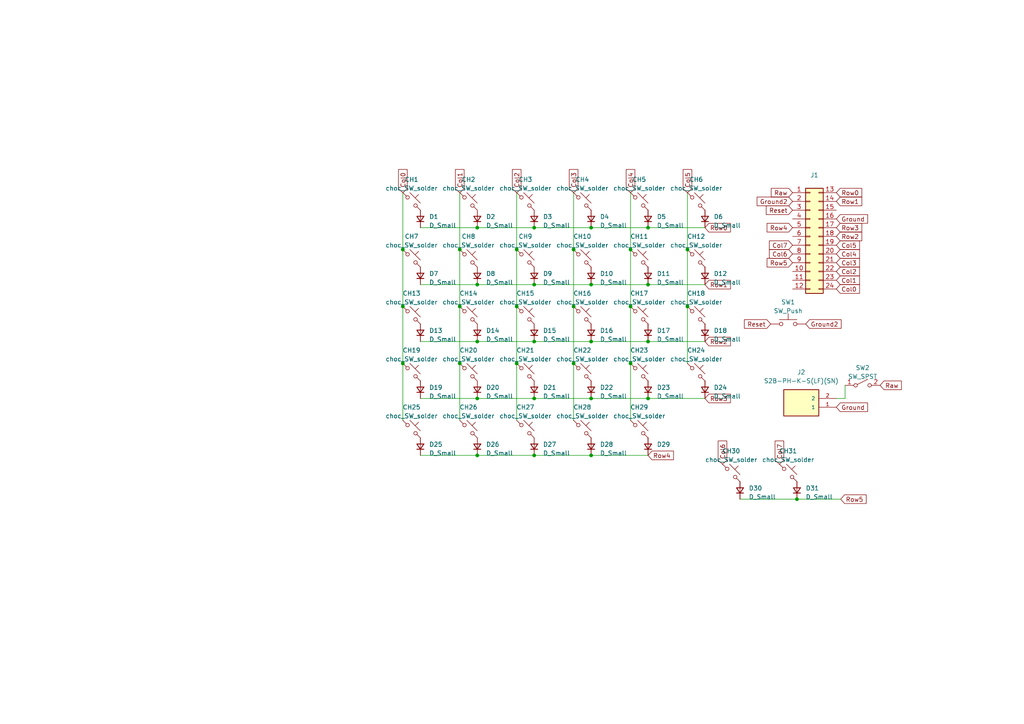
<source format=kicad_sch>
(kicad_sch (version 20230121) (generator eeschema)
  (paper "A4")
  (lib_symbols
    (symbol "Connector_Generic:Conn_02x12_Top_Bottom" (pin_names (offset 1.016) hide)
      (property "Reference" "J" (at 1.27 15.24 0))
      (property "Value" "Conn_02x12_Top_Bottom" (at 1.27 -17.78 0))
      (symbol "Conn_02x12_Top_Bottom_1_1"
        (rectangle (start -1.27 -15.113) (end 0 -15.367) (stroke (width 0.1524)))
        (rectangle (start -1.27 -12.573) (end 0 -12.827) (stroke (width 0.1524)))
        (rectangle (start -1.27 -10.033) (end 0 -10.287) (stroke (width 0.1524)))
        (rectangle (start -1.27 -7.493) (end 0 -7.747) (stroke (width 0.1524)))
        (rectangle (start -1.27 -4.953) (end 0 -5.207) (stroke (width 0.1524)))
        (rectangle (start -1.27 -2.413) (end 0 -2.667) (stroke (width 0.1524)))
        (rectangle (start -1.27 0.127) (end 0 -0.127) (stroke (width 0.1524)))
        (rectangle (start -1.27 2.667) (end 0 2.413) (stroke (width 0.1524)))
        (rectangle (start -1.27 5.207) (end 0 4.953) (stroke (width 0.1524)))
        (rectangle (start -1.27 7.747) (end 0 7.493) (stroke (width 0.1524)))
        (rectangle (start -1.27 10.287) (end 0 10.033) (stroke (width 0.1524)))
        (rectangle (start -1.27 12.827) (end 0 12.573) (stroke (width 0.1524)))
        (rectangle (start -1.27 13.97) (end 3.81 -16.51) (stroke (width 0.254)) (fill (type background)))
        (rectangle (start 3.81 -15.113) (end 2.54 -15.367) (stroke (width 0.1524)))
        (rectangle (start 3.81 -12.573) (end 2.54 -12.827) (stroke (width 0.1524)))
        (rectangle (start 3.81 -10.033) (end 2.54 -10.287) (stroke (width 0.1524)))
        (rectangle (start 3.81 -7.493) (end 2.54 -7.747) (stroke (width 0.1524)))
        (rectangle (start 3.81 -4.953) (end 2.54 -5.207) (stroke (width 0.1524)))
        (rectangle (start 3.81 -2.413) (end 2.54 -2.667) (stroke (width 0.1524)))
        (rectangle (start 3.81 0.127) (end 2.54 -0.127) (stroke (width 0.1524)))
        (rectangle (start 3.81 2.667) (end 2.54 2.413) (stroke (width 0.1524)))
        (rectangle (start 3.81 5.207) (end 2.54 4.953) (stroke (width 0.1524)))
        (rectangle (start 3.81 7.747) (end 2.54 7.493) (stroke (width 0.1524)))
        (rectangle (start 3.81 10.287) (end 2.54 10.033) (stroke (width 0.1524)))
        (rectangle (start 3.81 12.827) (end 2.54 12.573) (stroke (width 0.1524)))
        (pin passive line (at -5.08 12.7 0) (length 3.81) (name "Pin_1") (number "1"))
        (pin passive line (at -5.08 -10.16 0) (length 3.81) (name "Pin_10") (number "10"))
        (pin passive line (at -5.08 -12.7 0) (length 3.81) (name "Pin_11") (number "11"))
        (pin passive line (at -5.08 -15.24 0) (length 3.81) (name "Pin_12") (number "12"))
        (pin passive line (at 7.62 12.7 180) (length 3.81) (name "Pin_13") (number "13"))
        (pin passive line (at 7.62 10.16 180) (length 3.81) (name "Pin_14") (number "14"))
        (pin passive line (at 7.62 7.62 180) (length 3.81) (name "Pin_15") (number "15"))
        (pin passive line (at 7.62 5.08 180) (length 3.81) (name "Pin_16") (number "16"))
        (pin passive line (at 7.62 2.54 180) (length 3.81) (name "Pin_17") (number "17"))
        (pin passive line (at 7.62 0 180) (length 3.81) (name "Pin_18") (number "18"))
        (pin passive line (at 7.62 -2.54 180) (length 3.81) (name "Pin_19") (number "19"))
        (pin passive line (at -5.08 10.16 0) (length 3.81) (name "Pin_2") (number "2"))
        (pin passive line (at 7.62 -5.08 180) (length 3.81) (name "Pin_20") (number "20"))
        (pin passive line (at 7.62 -7.62 180) (length 3.81) (name "Pin_21") (number "21"))
        (pin passive line (at 7.62 -10.16 180) (length 3.81) (name "Pin_22") (number "22"))
        (pin passive line (at 7.62 -12.7 180) (length 3.81) (name "Pin_23") (number "23"))
        (pin passive line (at 7.62 -15.24 180) (length 3.81) (name "Pin_24") (number "24"))
        (pin passive line (at -5.08 7.62 0) (length 3.81) (name "Pin_3") (number "3"))
        (pin passive line (at -5.08 5.08 0) (length 3.81) (name "Pin_4") (number "4"))
        (pin passive line (at -5.08 2.54 0) (length 3.81) (name "Pin_5") (number "5"))
        (pin passive line (at -5.08 0 0) (length 3.81) (name "Pin_6") (number "6"))
        (pin passive line (at -5.08 -2.54 0) (length 3.81) (name "Pin_7") (number "7"))
        (pin passive line (at -5.08 -5.08 0) (length 3.81) (name "Pin_8") (number "8"))
        (pin passive line (at -5.08 -7.62 0) (length 3.81) (name "Pin_9") (number "9"))
      )
    )
    (symbol "Device:D_Small" (pin_numbers hide) (pin_names (offset 0.254) hide)
      (property "Reference" "D" (at -1.27 2.032 0))
      (property "Value" "D_Small" (at -3.81 -2.032 0))
      (symbol "D_Small_0_1"
        (polyline (pts (xy -0.762 -1.016) (xy -0.762 1.016)) (stroke (width 0.254)))
        (polyline (pts (xy -0.762 0) (xy 0.762 0)))
        (polyline (pts (xy 0.762 -1.016) (xy -0.762 0) (xy 0.762 1.016) (xy 0.762 -1.016)) (stroke (width 0.254)))
      )
      (symbol "D_Small_1_1"
        (pin passive line (at -2.54 0 0) (length 1.778) (name "K") (number "1"))
        (pin passive line (at 2.54 0 180) (length 1.778) (name "A") (number "2"))
      )
    )
    (symbol "S2B-PH-K-S_LF__SN_:S2B-PH-K-S(LF)(SN)" (pin_names (offset 1.016))
      (property "Reference" "J" (at -5.08 3.302 0))
      (property "Value" "S2B-PH-K-S(LF)(SN)" (at -5.08 -7.62 0))
      (symbol "S2B-PH-K-S(LF)(SN)_0_0"
        (rectangle (start -5.08 -5.08) (end 5.08 2.54) (stroke (width 0.254)) (fill (type background)))
        (pin passive line (at -10.16 0 0) (length 5.08) (name "1") (number "1"))
        (pin passive line (at -10.16 -2.54 0) (length 5.08) (name "2") (number "2"))
      )
    )
    (symbol "Switch:SW_Push" (pin_numbers hide) (pin_names (offset 1.016) hide)
      (property "Reference" "SW" (at 1.27 2.54 0))
      (property "Value" "SW_Push" (at 0 -1.524 0))
      (symbol "SW_Push_0_1"
        (circle (center -2.032 0) (radius 0.508))
        (polyline (pts (xy 0 1.27) (xy 0 3.048)))
        (polyline (pts (xy 2.54 1.27) (xy -2.54 1.27)))
        (circle (center 2.032 0) (radius 0.508))
        (pin passive line (at -5.08 0 0) (length 2.54) (name "1") (number "1"))
        (pin passive line (at 5.08 0 180) (length 2.54) (name "2") (number "2"))
      )
    )
    (symbol "Switch:SW_SPST" (pin_names (offset 0) hide)
      (property "Reference" "SW" (at 0 3.175 0))
      (property "Value" "SW_SPST" (at 0 -2.54 0))
      (symbol "SW_SPST_0_0"
        (circle (center -2.032 0) (radius 0.508))
        (polyline (pts (xy -1.524 0.254) (xy 1.524 1.778)))
        (circle (center 2.032 0) (radius 0.508))
      )
      (symbol "SW_SPST_1_1"
        (pin passive line (at -5.08 0 0) (length 2.54) (name "A") (number "1"))
        (pin passive line (at 5.08 0 180) (length 2.54) (name "B") (number "2"))
      )
    )
    (symbol "marbastlib-choc:choc_SW_solder" (pin_numbers hide) (pin_names (offset 1.016) hide)
      (property "Reference" "CH" (at 3.048 1.016 0))
      (property "Value" "choc_SW_solder" (at 0 -3.81 0))
      (symbol "choc_SW_solder_0_1"
        (circle (center -1.1684 1.1684) (radius 0.508))
        (polyline (pts (xy -0.508 2.54) (xy 2.54 -0.508)))
        (polyline (pts (xy 1.016 1.016) (xy 2.032 2.032)))
        (polyline (pts (xy -2.54 2.54) (xy -1.524 1.524) (xy -1.524 1.524)))
        (polyline (pts (xy 1.524 -1.524) (xy 2.54 -2.54) (xy 2.54 -2.54) (xy 2.54 -2.54)))
        (circle (center 1.143 -1.1938) (radius 0.508))
        (pin passive line (at -2.54 2.54 0) (length 0) (name "1") (number "1"))
        (pin passive line (at 2.54 -2.54 180) (length 0) (name "2") (number "2"))
      )
    )
  )
  (junction (at 138.43 115.57))
  (junction (at 171.45 82.55))
  (junction (at 187.96 66.04))
  (junction (at 116.84 72.39))
  (junction (at 133.35 105.41))
  (junction (at 133.35 88.9))
  (junction (at 138.43 66.04))
  (junction (at 154.94 132.08))
  (junction (at 171.45 99.06))
  (junction (at 149.86 105.41))
  (junction (at 199.39 72.39))
  (junction (at 154.94 99.06))
  (junction (at 154.94 82.55))
  (junction (at 149.86 88.9))
  (junction (at 199.39 88.9))
  (junction (at 166.37 72.39))
  (junction (at 154.94 115.57))
  (junction (at 187.96 99.06))
  (junction (at 187.96 82.55))
  (junction (at 182.88 88.9))
  (junction (at 116.84 88.9))
  (junction (at 171.45 115.57))
  (junction (at 166.37 88.9))
  (junction (at 133.35 72.39))
  (junction (at 231.14 144.78))
  (junction (at 171.45 66.04))
  (junction (at 187.96 115.57))
  (junction (at 182.88 72.39))
  (junction (at 138.43 99.06))
  (junction (at 171.45 132.08))
  (junction (at 154.94 66.04))
  (junction (at 182.88 105.41))
  (junction (at 116.84 105.41))
  (junction (at 138.43 82.55))
  (junction (at 138.43 132.08))
  (junction (at 166.37 105.41))
  (junction (at 149.86 72.39))
  (wire (pts (xy 187.96 99.06) (xy 204.47 99.06)))
  (wire (pts (xy 116.84 105.41) (xy 116.84 121.92)))
  (wire (pts (xy 187.96 115.57) (xy 204.47 115.57)))
  (wire (pts (xy 199.39 72.39) (xy 199.39 88.9)))
  (wire (pts (xy 166.37 88.9) (xy 166.37 105.41)))
  (wire (pts (xy 171.45 82.55) (xy 187.96 82.55)))
  (wire (pts (xy 116.84 72.39) (xy 116.84 88.9)))
  (wire (pts (xy 231.14 144.78) (xy 243.84 144.78)))
  (wire (pts (xy 182.88 88.9) (xy 182.88 105.41)))
  (wire (pts (xy 182.88 105.41) (xy 182.88 121.92)))
  (wire (pts (xy 187.96 66.04) (xy 204.47 66.04)))
  (wire (pts (xy 133.35 88.9) (xy 133.35 105.41)))
  (wire (pts (xy 242.57 115.57) (xy 245.11 115.57)))
  (wire (pts (xy 121.92 66.04) (xy 138.43 66.04)))
  (wire (pts (xy 154.94 99.06) (xy 171.45 99.06)))
  (wire (pts (xy 149.86 72.39) (xy 149.86 88.9)))
  (wire (pts (xy 116.84 88.9) (xy 116.84 105.41)))
  (wire (pts (xy 166.37 105.41) (xy 166.37 121.92)))
  (wire (pts (xy 182.88 72.39) (xy 182.88 88.9)))
  (wire (pts (xy 182.88 55.88) (xy 182.88 72.39)))
  (wire (pts (xy 149.86 55.88) (xy 149.86 72.39)))
  (wire (pts (xy 154.94 82.55) (xy 171.45 82.55)))
  (wire (pts (xy 133.35 105.41) (xy 133.35 121.92)))
  (wire (pts (xy 171.45 99.06) (xy 187.96 99.06)))
  (wire (pts (xy 245.11 115.57) (xy 245.11 111.76)))
  (wire (pts (xy 187.96 82.55) (xy 204.47 82.55)))
  (wire (pts (xy 133.35 72.39) (xy 133.35 88.9)))
  (wire (pts (xy 121.92 132.08) (xy 138.43 132.08)))
  (wire (pts (xy 121.92 99.06) (xy 138.43 99.06)))
  (wire (pts (xy 199.39 88.9) (xy 199.39 105.41)))
  (wire (pts (xy 138.43 115.57) (xy 154.94 115.57)))
  (wire (pts (xy 214.63 144.78) (xy 231.14 144.78)))
  (wire (pts (xy 154.94 66.04) (xy 171.45 66.04)))
  (wire (pts (xy 154.94 132.08) (xy 171.45 132.08)))
  (wire (pts (xy 121.92 82.55) (xy 138.43 82.55)))
  (wire (pts (xy 121.92 115.57) (xy 138.43 115.57)))
  (wire (pts (xy 138.43 66.04) (xy 154.94 66.04)))
  (wire (pts (xy 116.84 55.88) (xy 116.84 72.39)))
  (wire (pts (xy 138.43 99.06) (xy 154.94 99.06)))
  (wire (pts (xy 149.86 105.41) (xy 149.86 121.92)))
  (wire (pts (xy 154.94 115.57) (xy 171.45 115.57)))
  (wire (pts (xy 133.35 55.88) (xy 133.35 72.39)))
  (wire (pts (xy 171.45 132.08) (xy 187.96 132.08)))
  (wire (pts (xy 166.37 55.88) (xy 166.37 72.39)))
  (wire (pts (xy 199.39 55.88) (xy 199.39 72.39)))
  (wire (pts (xy 171.45 115.57) (xy 187.96 115.57)))
  (wire (pts (xy 171.45 66.04) (xy 187.96 66.04)))
  (wire (pts (xy 149.86 88.9) (xy 149.86 105.41)))
  (wire (pts (xy 138.43 82.55) (xy 154.94 82.55)))
  (wire (pts (xy 166.37 72.39) (xy 166.37 88.9)))
  (wire (pts (xy 138.43 132.08) (xy 154.94 132.08)))
  (global_label "Row0" (shape input) (at 242.57 55.88 0) (property "Intersheetrefs" "${INTERSHEET_REFS}" (effects hide)))
  (global_label "Row1" (shape input) (at 204.47 82.55 0) (property "Intersheetrefs" "${INTERSHEET_REFS}" (effects hide)))
  (global_label "Row2" (shape input) (at 242.57 68.58 0) (property "Intersheetrefs" "${INTERSHEET_REFS}" (effects hide)))
  (global_label "Col7" (shape input) (at 226.06 134.62 90) (property "Intersheetrefs" "${INTERSHEET_REFS}" (effects hide)))
  (global_label "Ground" (shape input) (at 242.57 63.5 0) (property "Intersheetrefs" "${INTERSHEET_REFS}" (effects hide)))
  (global_label "Ground" (shape input) (at 242.57 118.11 0) (property "Intersheetrefs" "${INTERSHEET_REFS}" (effects hide)))
  (global_label "Ground2" (shape input) (at 233.68 93.98 0) (property "Intersheetrefs" "${INTERSHEET_REFS}" (effects hide)))
  (global_label "Col3" (shape input) (at 166.37 55.88 90) (property "Intersheetrefs" "${INTERSHEET_REFS}" (effects hide)))
  (global_label "Col4" (shape input) (at 242.57 73.66 0) (property "Intersheetrefs" "${INTERSHEET_REFS}" (effects hide)))
  (global_label "Col0" (shape input) (at 116.84 55.88 90) (property "Intersheetrefs" "${INTERSHEET_REFS}" (effects hide)))
  (global_label "Raw" (shape input) (at 255.27 111.76 0) (property "Intersheetrefs" "${INTERSHEET_REFS}" (effects hide)))
  (global_label "Col6" (shape input) (at 229.87 73.66 180) (property "Intersheetrefs" "${INTERSHEET_REFS}" (effects hide)))
  (global_label "Row1" (shape input) (at 242.57 58.42 0) (property "Intersheetrefs" "${INTERSHEET_REFS}" (effects hide)))
  (global_label "Row0" (shape input) (at 204.47 66.04 0) (property "Intersheetrefs" "${INTERSHEET_REFS}" (effects hide)))
  (global_label "Row3" (shape input) (at 204.47 115.57 0) (property "Intersheetrefs" "${INTERSHEET_REFS}" (effects hide)))
  (global_label "Col5" (shape input) (at 199.39 55.88 90) (property "Intersheetrefs" "${INTERSHEET_REFS}" (effects hide)))
  (global_label "Reset" (shape input) (at 229.87 60.96 180) (property "Intersheetrefs" "${INTERSHEET_REFS}" (effects hide)))
  (global_label "Col1" (shape input) (at 133.35 55.88 90) (property "Intersheetrefs" "${INTERSHEET_REFS}" (effects hide)))
  (global_label "Col2" (shape input) (at 242.57 78.74 0) (property "Intersheetrefs" "${INTERSHEET_REFS}" (effects hide)))
  (global_label "Row5" (shape input) (at 229.87 76.2 180) (property "Intersheetrefs" "${INTERSHEET_REFS}" (effects hide)))
  (global_label "Col2" (shape input) (at 149.86 55.88 90) (property "Intersheetrefs" "${INTERSHEET_REFS}" (effects hide)))
  (global_label "Col7" (shape input) (at 229.87 71.12 180) (property "Intersheetrefs" "${INTERSHEET_REFS}" (effects hide)))
  (global_label "Col1" (shape input) (at 242.57 81.28 0) (property "Intersheetrefs" "${INTERSHEET_REFS}" (effects hide)))
  (global_label "Row2" (shape input) (at 204.47 99.06 0) (property "Intersheetrefs" "${INTERSHEET_REFS}" (effects hide)))
  (global_label "Row4" (shape input) (at 229.87 66.04 180) (property "Intersheetrefs" "${INTERSHEET_REFS}" (effects hide)))
  (global_label "Col3" (shape input) (at 242.57 76.2 0) (property "Intersheetrefs" "${INTERSHEET_REFS}" (effects hide)))
  (global_label "Col0" (shape input) (at 242.57 83.82 0) (property "Intersheetrefs" "${INTERSHEET_REFS}" (effects hide)))
  (global_label "Reset" (shape input) (at 223.52 93.98 180) (property "Intersheetrefs" "${INTERSHEET_REFS}" (effects hide)))
  (global_label "Col6" (shape input) (at 209.55 134.62 90) (property "Intersheetrefs" "${INTERSHEET_REFS}" (effects hide)))
  (global_label "Col4" (shape input) (at 182.88 55.88 90) (property "Intersheetrefs" "${INTERSHEET_REFS}" (effects hide)))
  (global_label "Ground2" (shape input) (at 229.87 58.42 180) (property "Intersheetrefs" "${INTERSHEET_REFS}" (effects hide)))
  (global_label "Col5" (shape input) (at 242.57 71.12 0) (property "Intersheetrefs" "${INTERSHEET_REFS}" (effects hide)))
  (global_label "Row5" (shape input) (at 243.84 144.78 0) (property "Intersheetrefs" "${INTERSHEET_REFS}" (effects hide)))
  (global_label "Raw" (shape input) (at 229.87 55.88 180) (property "Intersheetrefs" "${INTERSHEET_REFS}" (effects hide)))
  (global_label "Row4" (shape input) (at 187.96 132.08 0) (property "Intersheetrefs" "${INTERSHEET_REFS}" (effects hide)))
  (global_label "Row3" (shape input) (at 242.57 66.04 0) (property "Intersheetrefs" "${INTERSHEET_REFS}" (effects hide)))
  (symbol (lib_id "marbastlib-choc:choc_SW_solder") (at 185.42 124.46 0) (unit 1)
    (property "Reference" "CH29" (at 185.42 118.11 0))
    (property "Value" "choc_SW_solder" (at 185.42 120.65 0))
    (property "Footprint" "marbastlib-choc:SW_choc_v1_1u" (effects hide))
  )
  (symbol (lib_id "Device:D_Small") (at 214.63 142.24 90) (unit 1)
    (property "Reference" "D30" (at 217.17 141.605 90) (effects (justify right)))
    (property "Value" "D_Small" (at 217.17 144.145 90) (effects (justify right)))
    (property "Footprint" "Diode_SMD:D_SOD-123" (effects hide))
    (property "Sim.Device" "D" (effects hide))
    (property "Sim.Pins" "1=K 2=A" (effects hide))
  )
  (symbol (lib_id "Device:D_Small") (at 187.96 80.01 90) (unit 1)
    (property "Reference" "D11" (at 190.5 79.375 90) (effects (justify right)))
    (property "Value" "D_Small" (at 190.5 81.915 90) (effects (justify right)))
    (property "Footprint" "Diode_SMD:D_SOD-123" (effects hide))
    (property "Sim.Device" "D" (effects hide))
    (property "Sim.Pins" "1=K 2=A" (effects hide))
  )
  (symbol (lib_id "marbastlib-choc:choc_SW_solder") (at 168.91 107.95 0) (unit 1)
    (property "Reference" "CH22" (at 168.91 101.6 0))
    (property "Value" "choc_SW_solder" (at 168.91 104.14 0))
    (property "Footprint" "marbastlib-choc:SW_choc_v1_1u" (effects hide))
  )
  (symbol (lib_id "Switch:SW_Push") (at 228.6 93.98 0) (unit 1)
    (property "Reference" "SW1" (at 228.6 87.63 0))
    (property "Value" "SW_Push" (at 228.6 90.17 0))
    (property "Footprint" "marbastlib-various:SW_SKHLLCA010" (effects hide))
  )
  (symbol (lib_id "Device:D_Small") (at 231.14 142.24 90) (unit 1)
    (property "Reference" "D31" (at 233.68 141.605 90) (effects (justify right)))
    (property "Value" "D_Small" (at 233.68 144.145 90) (effects (justify right)))
    (property "Footprint" "Diode_SMD:D_SOD-123" (effects hide))
    (property "Sim.Device" "D" (effects hide))
    (property "Sim.Pins" "1=K 2=A" (effects hide))
  )
  (symbol (lib_id "Device:D_Small") (at 121.92 96.52 90) (unit 1)
    (property "Reference" "D13" (at 124.46 95.885 90) (effects (justify right)))
    (property "Value" "D_Small" (at 124.46 98.425 90) (effects (justify right)))
    (property "Footprint" "Diode_SMD:D_SOD-123" (effects hide))
    (property "Sim.Device" "D" (effects hide))
    (property "Sim.Pins" "1=K 2=A" (effects hide))
  )
  (symbol (lib_id "marbastlib-choc:choc_SW_solder") (at 168.91 58.42 0) (unit 1)
    (property "Reference" "CH4" (at 168.91 52.07 0))
    (property "Value" "choc_SW_solder" (at 168.91 54.61 0))
    (property "Footprint" "marbastlib-choc:SW_choc_v1_1u" (effects hide))
  )
  (symbol (lib_id "marbastlib-choc:choc_SW_solder") (at 135.89 74.93 0) (unit 1)
    (property "Reference" "CH8" (at 135.89 68.58 0))
    (property "Value" "choc_SW_solder" (at 135.89 71.12 0))
    (property "Footprint" "marbastlib-choc:SW_choc_v1_1u" (effects hide))
  )
  (symbol (lib_id "Device:D_Small") (at 171.45 80.01 90) (unit 1)
    (property "Reference" "D10" (at 173.99 79.375 90) (effects (justify right)))
    (property "Value" "D_Small" (at 173.99 81.915 90) (effects (justify right)))
    (property "Footprint" "Diode_SMD:D_SOD-123" (effects hide))
    (property "Sim.Device" "D" (effects hide))
    (property "Sim.Pins" "1=K 2=A" (effects hide))
  )
  (symbol (lib_id "marbastlib-choc:choc_SW_solder") (at 168.91 74.93 0) (unit 1)
    (property "Reference" "CH10" (at 168.91 68.58 0))
    (property "Value" "choc_SW_solder" (at 168.91 71.12 0))
    (property "Footprint" "marbastlib-choc:SW_choc_v1_1u" (effects hide))
  )
  (symbol (lib_id "marbastlib-choc:choc_SW_solder") (at 185.42 91.44 0) (unit 1)
    (property "Reference" "CH17" (at 185.42 85.09 0))
    (property "Value" "choc_SW_solder" (at 185.42 87.63 0))
    (property "Footprint" "marbastlib-choc:SW_choc_v1_1u" (effects hide))
  )
  (symbol (lib_id "marbastlib-choc:choc_SW_solder") (at 119.38 91.44 0) (unit 1)
    (property "Reference" "CH13" (at 119.38 85.09 0))
    (property "Value" "choc_SW_solder" (at 119.38 87.63 0))
    (property "Footprint" "marbastlib-choc:SW_choc_v1_1u" (effects hide))
  )
  (symbol (lib_id "Device:D_Small") (at 138.43 113.03 90) (unit 1)
    (property "Reference" "D20" (at 140.97 112.395 90) (effects (justify right)))
    (property "Value" "D_Small" (at 140.97 114.935 90) (effects (justify right)))
    (property "Footprint" "Diode_SMD:D_SOD-123" (effects hide))
    (property "Sim.Device" "D" (effects hide))
    (property "Sim.Pins" "1=K 2=A" (effects hide))
  )
  (symbol (lib_id "marbastlib-choc:choc_SW_solder") (at 119.38 58.42 0) (unit 1)
    (property "Reference" "CH1" (at 119.38 52.07 0))
    (property "Value" "choc_SW_solder" (at 119.38 54.61 0))
    (property "Footprint" "marbastlib-choc:SW_choc_v1_1u" (effects hide))
  )
  (symbol (lib_id "marbastlib-choc:choc_SW_solder") (at 212.09 137.16 0) (unit 1)
    (property "Reference" "CH30" (at 212.09 130.81 0))
    (property "Value" "choc_SW_solder" (at 212.09 133.35 0))
    (property "Footprint" "marbastlib-choc:SW_choc_v1_1u" (effects hide))
  )
  (symbol (lib_id "marbastlib-choc:choc_SW_solder") (at 168.91 91.44 0) (unit 1)
    (property "Reference" "CH16" (at 168.91 85.09 0))
    (property "Value" "choc_SW_solder" (at 168.91 87.63 0))
    (property "Footprint" "marbastlib-choc:SW_choc_v1_1u" (effects hide))
  )
  (symbol (lib_id "Device:D_Small") (at 204.47 96.52 90) (unit 1)
    (property "Reference" "D18" (at 207.01 95.885 90) (effects (justify right)))
    (property "Value" "D_Small" (at 207.01 98.425 90) (effects (justify right)))
    (property "Footprint" "Diode_SMD:D_SOD-123" (effects hide))
    (property "Sim.Device" "D" (effects hide))
    (property "Sim.Pins" "1=K 2=A" (effects hide))
  )
  (symbol (lib_id "marbastlib-choc:choc_SW_solder") (at 201.93 74.93 0) (unit 1)
    (property "Reference" "CH12" (at 201.93 68.58 0))
    (property "Value" "choc_SW_solder" (at 201.93 71.12 0))
    (property "Footprint" "marbastlib-choc:SW_choc_v1_1u" (effects hide))
  )
  (symbol (lib_id "marbastlib-choc:choc_SW_solder") (at 152.4 124.46 0) (unit 1)
    (property "Reference" "CH27" (at 152.4 118.11 0))
    (property "Value" "choc_SW_solder" (at 152.4 120.65 0))
    (property "Footprint" "marbastlib-choc:SW_choc_v1_1u" (effects hide))
  )
  (symbol (lib_id "marbastlib-choc:choc_SW_solder") (at 185.42 107.95 0) (unit 1)
    (property "Reference" "CH23" (at 185.42 101.6 0))
    (property "Value" "choc_SW_solder" (at 185.42 104.14 0))
    (property "Footprint" "marbastlib-choc:SW_choc_v1_1u" (effects hide))
  )
  (symbol (lib_id "Device:D_Small") (at 204.47 80.01 90) (unit 1)
    (property "Reference" "D12" (at 207.01 79.375 90) (effects (justify right)))
    (property "Value" "D_Small" (at 207.01 81.915 90) (effects (justify right)))
    (property "Footprint" "Diode_SMD:D_SOD-123" (effects hide))
    (property "Sim.Device" "D" (effects hide))
    (property "Sim.Pins" "1=K 2=A" (effects hide))
  )
  (symbol (lib_id "Device:D_Small") (at 171.45 96.52 90) (unit 1)
    (property "Reference" "D16" (at 173.99 95.885 90) (effects (justify right)))
    (property "Value" "D_Small" (at 173.99 98.425 90) (effects (justify right)))
    (property "Footprint" "Diode_SMD:D_SOD-123" (effects hide))
    (property "Sim.Device" "D" (effects hide))
    (property "Sim.Pins" "1=K 2=A" (effects hide))
  )
  (symbol (lib_id "marbastlib-choc:choc_SW_solder") (at 135.89 107.95 0) (unit 1)
    (property "Reference" "CH20" (at 135.89 101.6 0))
    (property "Value" "choc_SW_solder" (at 135.89 104.14 0))
    (property "Footprint" "marbastlib-choc:SW_choc_v1_1u" (effects hide))
  )
  (symbol (lib_id "Connector_Generic:Conn_02x12_Top_Bottom") (at 234.95 68.58 0) (unit 1)
    (property "Reference" "J1" (at 236.22 50.8 0))
    (property "Value" "Conn_02x12_Top_Bottom" (effects hide))
    (property "Footprint" "marbastlib-various:ProMicro" (effects hide))
  )
  (symbol (lib_id "marbastlib-choc:choc_SW_solder") (at 135.89 91.44 0) (unit 1)
    (property "Reference" "CH14" (at 135.89 85.09 0))
    (property "Value" "choc_SW_solder" (at 135.89 87.63 0))
    (property "Footprint" "marbastlib-choc:SW_choc_v1_1u" (effects hide))
  )
  (symbol (lib_id "marbastlib-choc:choc_SW_solder") (at 152.4 91.44 0) (unit 1)
    (property "Reference" "CH15" (at 152.4 85.09 0))
    (property "Value" "choc_SW_solder" (at 152.4 87.63 0))
    (property "Footprint" "marbastlib-choc:SW_choc_v1_1u" (effects hide))
  )
  (symbol (lib_id "marbastlib-choc:choc_SW_solder") (at 201.93 91.44 0) (unit 1)
    (property "Reference" "CH18" (at 201.93 85.09 0))
    (property "Value" "choc_SW_solder" (at 201.93 87.63 0))
    (property "Footprint" "marbastlib-choc:SW_choc_v1_1u" (effects hide))
  )
  (symbol (lib_id "Device:D_Small") (at 187.96 113.03 90) (unit 1)
    (property "Reference" "D23" (at 190.5 112.395 90) (effects (justify right)))
    (property "Value" "D_Small" (at 190.5 114.935 90) (effects (justify right)))
    (property "Footprint" "Diode_SMD:D_SOD-123" (effects hide))
    (property "Sim.Device" "D" (effects hide))
    (property "Sim.Pins" "1=K 2=A" (effects hide))
  )
  (symbol (lib_id "marbastlib-choc:choc_SW_solder") (at 185.42 74.93 0) (unit 1)
    (property "Reference" "CH11" (at 185.42 68.58 0))
    (property "Value" "choc_SW_solder" (at 185.42 71.12 0))
    (property "Footprint" "marbastlib-choc:SW_choc_v1_1u" (effects hide))
  )
  (symbol (lib_id "Device:D_Small") (at 121.92 129.54 90) (unit 1)
    (property "Reference" "D25" (at 124.46 128.905 90) (effects (justify right)))
    (property "Value" "D_Small" (at 124.46 131.445 90) (effects (justify right)))
    (property "Footprint" "Diode_SMD:D_SOD-123" (effects hide))
    (property "Sim.Device" "D" (effects hide))
    (property "Sim.Pins" "1=K 2=A" (effects hide))
  )
  (symbol (lib_id "marbastlib-choc:choc_SW_solder") (at 119.38 107.95 0) (unit 1)
    (property "Reference" "CH19" (at 119.38 101.6 0))
    (property "Value" "choc_SW_solder" (at 119.38 104.14 0))
    (property "Footprint" "marbastlib-choc:SW_choc_v1_1u" (effects hide))
  )
  (symbol (lib_id "Device:D_Small") (at 138.43 63.5 90) (unit 1)
    (property "Reference" "D2" (at 140.97 62.865 90) (effects (justify right)))
    (property "Value" "D_Small" (at 140.97 65.405 90) (effects (justify right)))
    (property "Footprint" "Diode_SMD:D_SOD-123" (effects hide))
    (property "Sim.Device" "D" (effects hide))
    (property "Sim.Pins" "1=K 2=A" (effects hide))
  )
  (symbol (lib_id "marbastlib-choc:choc_SW_solder") (at 168.91 124.46 0) (unit 1)
    (property "Reference" "CH28" (at 168.91 118.11 0))
    (property "Value" "choc_SW_solder" (at 168.91 120.65 0))
    (property "Footprint" "marbastlib-choc:SW_choc_v1_1u" (effects hide))
  )
  (symbol (lib_id "marbastlib-choc:choc_SW_solder") (at 152.4 58.42 0) (unit 1)
    (property "Reference" "CH3" (at 152.4 52.07 0))
    (property "Value" "choc_SW_solder" (at 152.4 54.61 0))
    (property "Footprint" "marbastlib-choc:SW_choc_v1_1u" (effects hide))
  )
  (symbol (lib_id "marbastlib-choc:choc_SW_solder") (at 152.4 107.95 0) (unit 1)
    (property "Reference" "CH21" (at 152.4 101.6 0))
    (property "Value" "choc_SW_solder" (at 152.4 104.14 0))
    (property "Footprint" "marbastlib-choc:SW_choc_v1_1u" (effects hide))
  )
  (symbol (lib_id "Switch:SW_SPST") (at 250.19 111.76 0) (unit 1)
    (property "Reference" "SW2" (at 250.19 106.68 0))
    (property "Value" "SW_SPST" (at 250.19 109.22 0))
    (property "Footprint" "marbastlib-various:SW_MSK12C02-HB" (effects hide))
  )
  (symbol (lib_id "Device:D_Small") (at 154.94 129.54 90) (unit 1)
    (property "Reference" "D27" (at 157.48 128.905 90) (effects (justify right)))
    (property "Value" "D_Small" (at 157.48 131.445 90) (effects (justify right)))
    (property "Footprint" "Diode_SMD:D_SOD-123" (effects hide))
    (property "Sim.Device" "D" (effects hide))
    (property "Sim.Pins" "1=K 2=A" (effects hide))
  )
  (symbol (lib_id "marbastlib-choc:choc_SW_solder") (at 228.6 137.16 0) (unit 1)
    (property "Reference" "CH31" (at 228.6 130.81 0))
    (property "Value" "choc_SW_solder" (at 228.6 133.35 0))
    (property "Footprint" "marbastlib-choc:SW_choc_v1_1u" (effects hide))
  )
  (symbol (lib_id "marbastlib-choc:choc_SW_solder") (at 119.38 124.46 0) (unit 1)
    (property "Reference" "CH25" (at 119.38 118.11 0))
    (property "Value" "choc_SW_solder" (at 119.38 120.65 0))
    (property "Footprint" "marbastlib-choc:SW_choc_v1_1u" (effects hide))
  )
  (symbol (lib_id "Device:D_Small") (at 154.94 113.03 90) (unit 1)
    (property "Reference" "D21" (at 157.48 112.395 90) (effects (justify right)))
    (property "Value" "D_Small" (at 157.48 114.935 90) (effects (justify right)))
    (property "Footprint" "Diode_SMD:D_SOD-123" (effects hide))
    (property "Sim.Device" "D" (effects hide))
    (property "Sim.Pins" "1=K 2=A" (effects hide))
  )
  (symbol (lib_id "marbastlib-choc:choc_SW_solder") (at 135.89 58.42 0) (unit 1)
    (property "Reference" "CH2" (at 135.89 52.07 0))
    (property "Value" "choc_SW_solder" (at 135.89 54.61 0))
    (property "Footprint" "marbastlib-choc:SW_choc_v1_1u" (effects hide))
  )
  (symbol (lib_id "Device:D_Small") (at 171.45 129.54 90) (unit 1)
    (property "Reference" "D28" (at 173.99 128.905 90) (effects (justify right)))
    (property "Value" "D_Small" (at 173.99 131.445 90) (effects (justify right)))
    (property "Footprint" "Diode_SMD:D_SOD-123" (effects hide))
    (property "Sim.Device" "D" (effects hide))
    (property "Sim.Pins" "1=K 2=A" (effects hide))
  )
  (symbol (lib_id "Device:D_Small") (at 204.47 63.5 90) (unit 1)
    (property "Reference" "D6" (at 207.01 62.865 90) (effects (justify right)))
    (property "Value" "D_Small" (at 207.01 65.405 90) (effects (justify right)))
    (property "Footprint" "Diode_SMD:D_SOD-123" (effects hide))
    (property "Sim.Device" "D" (effects hide))
    (property "Sim.Pins" "1=K 2=A" (effects hide))
  )
  (symbol (lib_id "Device:D_Small") (at 154.94 63.5 90) (unit 1)
    (property "Reference" "D3" (at 157.48 62.865 90) (effects (justify right)))
    (property "Value" "D_Small" (at 157.48 65.405 90) (effects (justify right)))
    (property "Footprint" "Diode_SMD:D_SOD-123" (effects hide))
    (property "Sim.Device" "D" (effects hide))
    (property "Sim.Pins" "1=K 2=A" (effects hide))
  )
  (symbol (lib_id "marbastlib-choc:choc_SW_solder") (at 152.4 74.93 0) (unit 1)
    (property "Reference" "CH9" (at 152.4 68.58 0))
    (property "Value" "choc_SW_solder" (at 152.4 71.12 0))
    (property "Footprint" "marbastlib-choc:SW_choc_v1_1u" (effects hide))
  )
  (symbol (lib_id "Device:D_Small") (at 121.92 63.5 90) (unit 1)
    (property "Reference" "D1" (at 124.46 62.865 90) (effects (justify right)))
    (property "Value" "D_Small" (at 124.46 65.405 90) (effects (justify right)))
    (property "Footprint" "Diode_SMD:D_SOD-123" (effects hide))
    (property "Sim.Device" "D" (effects hide))
    (property "Sim.Pins" "1=K 2=A" (effects hide))
  )
  (symbol (lib_id "Device:D_Small") (at 138.43 80.01 90) (unit 1)
    (property "Reference" "D8" (at 140.97 79.375 90) (effects (justify right)))
    (property "Value" "D_Small" (at 140.97 81.915 90) (effects (justify right)))
    (property "Footprint" "Diode_SMD:D_SOD-123" (effects hide))
    (property "Sim.Device" "D" (effects hide))
    (property "Sim.Pins" "1=K 2=A" (effects hide))
  )
  (symbol (lib_id "marbastlib-choc:choc_SW_solder") (at 185.42 58.42 0) (unit 1)
    (property "Reference" "CH5" (at 185.42 52.07 0))
    (property "Value" "choc_SW_solder" (at 185.42 54.61 0))
    (property "Footprint" "marbastlib-choc:SW_choc_v1_1u" (effects hide))
  )
  (symbol (lib_id "Device:D_Small") (at 154.94 80.01 90) (unit 1)
    (property "Reference" "D9" (at 157.48 79.375 90) (effects (justify right)))
    (property "Value" "D_Small" (at 157.48 81.915 90) (effects (justify right)))
    (property "Footprint" "Diode_SMD:D_SOD-123" (effects hide))
    (property "Sim.Device" "D" (effects hide))
    (property "Sim.Pins" "1=K 2=A" (effects hide))
  )
  (symbol (lib_id "Device:D_Small") (at 187.96 129.54 90) (unit 1)
    (property "Reference" "D29" (at 190.5 128.905 90) (effects (justify right)))
    (property "Value" "D_Small" (effects hide))
    (property "Footprint" "Diode_SMD:D_SOD-123" (effects hide))
    (property "Sim.Device" "D" (effects hide))
    (property "Sim.Pins" "1=K 2=A" (effects hide))
  )
  (symbol (lib_id "Device:D_Small") (at 204.47 113.03 90) (unit 1)
    (property "Reference" "D24" (at 207.01 112.395 90) (effects (justify right)))
    (property "Value" "D_Small" (at 207.01 114.935 90) (effects (justify right)))
    (property "Footprint" "Diode_SMD:D_SOD-123" (effects hide))
    (property "Sim.Device" "D" (effects hide))
    (property "Sim.Pins" "1=K 2=A" (effects hide))
  )
  (symbol (lib_id "marbastlib-choc:choc_SW_solder") (at 135.89 124.46 0) (unit 1)
    (property "Reference" "CH26" (at 135.89 118.11 0))
    (property "Value" "choc_SW_solder" (at 135.89 120.65 0))
    (property "Footprint" "marbastlib-choc:SW_choc_v1_1u" (effects hide))
  )
  (symbol (lib_id "Device:D_Small") (at 171.45 113.03 90) (unit 1)
    (property "Reference" "D22" (at 173.99 112.395 90) (effects (justify right)))
    (property "Value" "D_Small" (at 173.99 114.935 90) (effects (justify right)))
    (property "Footprint" "Diode_SMD:D_SOD-123" (effects hide))
    (property "Sim.Device" "D" (effects hide))
    (property "Sim.Pins" "1=K 2=A" (effects hide))
  )
  (symbol (lib_id "marbastlib-choc:choc_SW_solder") (at 201.93 107.95 0) (unit 1)
    (property "Reference" "CH24" (at 201.93 101.6 0))
    (property "Value" "choc_SW_solder" (at 201.93 104.14 0))
    (property "Footprint" "marbastlib-choc:SW_choc_v1_1u" (effects hide))
  )
  (symbol (lib_id "Device:D_Small") (at 171.45 63.5 90) (unit 1)
    (property "Reference" "D4" (at 173.99 62.865 90) (effects (justify right)))
    (property "Value" "D_Small" (at 173.99 65.405 90) (effects (justify right)))
    (property "Footprint" "Diode_SMD:D_SOD-123" (effects hide))
    (property "Sim.Device" "D" (effects hide))
    (property "Sim.Pins" "1=K 2=A" (effects hide))
  )
  (symbol (lib_id "Device:D_Small") (at 187.96 63.5 90) (unit 1)
    (property "Reference" "D5" (at 190.5 62.865 90) (effects (justify right)))
    (property "Value" "D_Small" (at 190.5 65.405 90) (effects (justify right)))
    (property "Footprint" "Diode_SMD:D_SOD-123" (effects hide))
    (property "Sim.Device" "D" (effects hide))
    (property "Sim.Pins" "1=K 2=A" (effects hide))
  )
  (symbol (lib_id "Device:D_Small") (at 121.92 80.01 90) (unit 1)
    (property "Reference" "D7" (at 124.46 79.375 90) (effects (justify right)))
    (property "Value" "D_Small" (at 124.46 81.915 90) (effects (justify right)))
    (property "Footprint" "Diode_SMD:D_SOD-123" (effects hide))
    (property "Sim.Device" "D" (effects hide))
    (property "Sim.Pins" "1=K 2=A" (effects hide))
  )
  (symbol (lib_id "marbastlib-choc:choc_SW_solder") (at 119.38 74.93 0) (unit 1)
    (property "Reference" "CH7" (at 119.38 68.58 0))
    (property "Value" "choc_SW_solder" (at 119.38 71.12 0))
    (property "Footprint" "marbastlib-choc:SW_choc_v1_1u" (effects hide))
  )
  (symbol (lib_id "Device:D_Small") (at 154.94 96.52 90) (unit 1)
    (property "Reference" "D15" (at 157.48 95.885 90) (effects (justify right)))
    (property "Value" "D_Small" (at 157.48 98.425 90) (effects (justify right)))
    (property "Footprint" "Diode_SMD:D_SOD-123" (effects hide))
    (property "Sim.Device" "D" (effects hide))
    (property "Sim.Pins" "1=K 2=A" (effects hide))
  )
  (symbol (lib_id "Device:D_Small") (at 138.43 96.52 90) (unit 1)
    (property "Reference" "D14" (at 140.97 95.885 90) (effects (justify right)))
    (property "Value" "D_Small" (at 140.97 98.425 90) (effects (justify right)))
    (property "Footprint" "Diode_SMD:D_SOD-123" (effects hide))
    (property "Sim.Device" "D" (effects hide))
    (property "Sim.Pins" "1=K 2=A" (effects hide))
  )
  (symbol (lib_id "Device:D_Small") (at 121.92 113.03 90) (unit 1)
    (property "Reference" "D19" (at 124.46 112.395 90) (effects (justify right)))
    (property "Value" "D_Small" (at 124.46 114.935 90) (effects (justify right)))
    (property "Footprint" "Diode_SMD:D_SOD-123" (effects hide))
    (property "Sim.Device" "D" (effects hide))
    (property "Sim.Pins" "1=K 2=A" (effects hide))
  )
  (symbol (lib_id "Device:D_Small") (at 187.96 96.52 90) (unit 1)
    (property "Reference" "D17" (at 190.5 95.885 90) (effects (justify right)))
    (property "Value" "D_Small" (at 190.5 98.425 90) (effects (justify right)))
    (property "Footprint" "Diode_SMD:D_SOD-123" (effects hide))
    (property "Sim.Device" "D" (effects hide))
    (property "Sim.Pins" "1=K 2=A" (effects hide))
  )
  (symbol (lib_id "marbastlib-choc:choc_SW_solder") (at 201.93 58.42 0) (unit 1)
    (property "Reference" "CH6" (at 201.93 52.07 0))
    (property "Value" "choc_SW_solder" (at 201.93 54.61 0))
    (property "Footprint" "marbastlib-choc:SW_choc_v1_1u" (effects hide))
  )
  (symbol (lib_id "Device:D_Small") (at 138.43 129.54 90) (unit 1)
    (property "Reference" "D26" (at 140.97 128.905 90) (effects (justify right)))
    (property "Value" "D_Small" (at 140.97 131.445 90) (effects (justify right)))
    (property "Footprint" "Diode_SMD:D_SOD-123" (effects hide))
    (property "Sim.Device" "D" (effects hide))
    (property "Sim.Pins" "1=K 2=A" (effects hide))
  )
  (symbol (lib_id "S2B-PH-K-S_LF__SN_:S2B-PH-K-S(LF)(SN)") (at 232.41 118.11 180) (unit 1)
    (property "Reference" "J2" (at 232.41 107.95 0))
    (property "Value" "S2B-PH-K-S(LF)(SN)" (at 232.41 110.49 0))
    (property "Footprint" "S2B-PH-K-S_LF__SN_:JST_S2B-PH-K-S(LF)(SN)" (effects hide))
    (property "MF" "JST Sales" (effects hide))
    (property "MAXIMUM_PACKAGE_HEIGHT" "4.8mm" (effects hide))
    (property "PACKAGE" "None" (effects hide))
    (property "PRICE" "None" (effects hide))
    (property "MP" "S2B-PH-K-S_LF__SN_" (effects hide))
    (property "AVAILABILITY" "Unavailable" (effects hide))
    (property "DESCRIPTION" "Connector Header Through Hole, Right Angle 2 position" (effects hide))
  )
)
</source>
